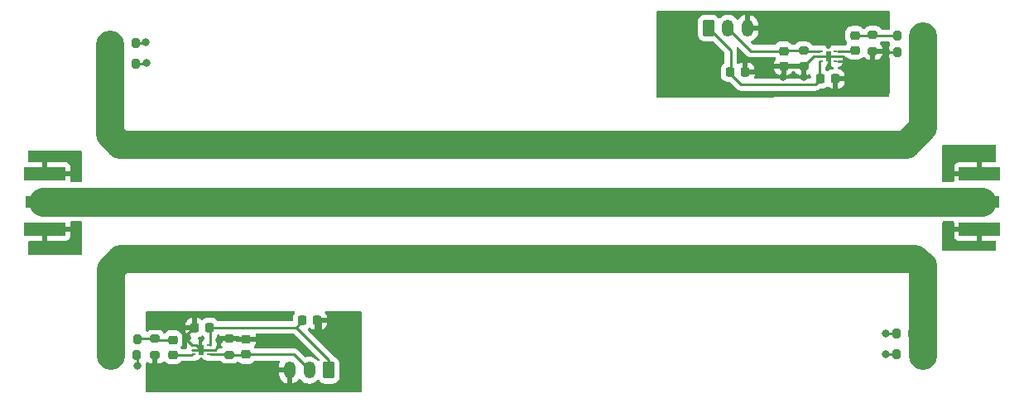
<source format=gbr>
%TF.GenerationSoftware,KiCad,Pcbnew,(6.0.1)*%
%TF.CreationDate,2022-02-11T17:03:31+00:00*%
%TF.ProjectId,Coupler,436f7570-6c65-4722-9e6b-696361645f70,rev?*%
%TF.SameCoordinates,Original*%
%TF.FileFunction,Copper,L1,Top*%
%TF.FilePolarity,Positive*%
%FSLAX46Y46*%
G04 Gerber Fmt 4.6, Leading zero omitted, Abs format (unit mm)*
G04 Created by KiCad (PCBNEW (6.0.1)) date 2022-02-11 17:03:31*
%MOMM*%
%LPD*%
G01*
G04 APERTURE LIST*
G04 Aperture macros list*
%AMRoundRect*
0 Rectangle with rounded corners*
0 $1 Rounding radius*
0 $2 $3 $4 $5 $6 $7 $8 $9 X,Y pos of 4 corners*
0 Add a 4 corners polygon primitive as box body*
4,1,4,$2,$3,$4,$5,$6,$7,$8,$9,$2,$3,0*
0 Add four circle primitives for the rounded corners*
1,1,$1+$1,$2,$3*
1,1,$1+$1,$4,$5*
1,1,$1+$1,$6,$7*
1,1,$1+$1,$8,$9*
0 Add four rect primitives between the rounded corners*
20,1,$1+$1,$2,$3,$4,$5,0*
20,1,$1+$1,$4,$5,$6,$7,0*
20,1,$1+$1,$6,$7,$8,$9,0*
20,1,$1+$1,$8,$9,$2,$3,0*%
G04 Aperture macros list end*
%TA.AperFunction,SMDPad,CuDef*%
%ADD10RoundRect,0.225000X-0.250000X0.225000X-0.250000X-0.225000X0.250000X-0.225000X0.250000X0.225000X0*%
%TD*%
%TA.AperFunction,SMDPad,CuDef*%
%ADD11RoundRect,0.200000X0.200000X0.275000X-0.200000X0.275000X-0.200000X-0.275000X0.200000X-0.275000X0*%
%TD*%
%TA.AperFunction,SMDPad,CuDef*%
%ADD12RoundRect,0.200000X-0.275000X0.200000X-0.275000X-0.200000X0.275000X-0.200000X0.275000X0.200000X0*%
%TD*%
%TA.AperFunction,SMDPad,CuDef*%
%ADD13RoundRect,0.200000X-0.200000X-0.275000X0.200000X-0.275000X0.200000X0.275000X-0.200000X0.275000X0*%
%TD*%
%TA.AperFunction,ComponentPad*%
%ADD14RoundRect,0.250000X0.350000X0.625000X-0.350000X0.625000X-0.350000X-0.625000X0.350000X-0.625000X0*%
%TD*%
%TA.AperFunction,ComponentPad*%
%ADD15O,1.200000X1.750000*%
%TD*%
%TA.AperFunction,SMDPad,CuDef*%
%ADD16RoundRect,0.050000X0.150000X0.050000X-0.150000X0.050000X-0.150000X-0.050000X0.150000X-0.050000X0*%
%TD*%
%TA.AperFunction,SMDPad,CuDef*%
%ADD17R,0.600000X1.100000*%
%TD*%
%TA.AperFunction,SMDPad,CuDef*%
%ADD18RoundRect,0.225000X0.225000X0.250000X-0.225000X0.250000X-0.225000X-0.250000X0.225000X-0.250000X0*%
%TD*%
%TA.AperFunction,SMDPad,CuDef*%
%ADD19RoundRect,0.225000X-0.225000X-0.250000X0.225000X-0.250000X0.225000X0.250000X-0.225000X0.250000X0*%
%TD*%
%TA.AperFunction,ComponentPad*%
%ADD20RoundRect,0.250000X-0.350000X-0.625000X0.350000X-0.625000X0.350000X0.625000X-0.350000X0.625000X0*%
%TD*%
%TA.AperFunction,SMDPad,CuDef*%
%ADD21R,3.600000X1.270000*%
%TD*%
%TA.AperFunction,SMDPad,CuDef*%
%ADD22R,4.200000X1.350000*%
%TD*%
%TA.AperFunction,SMDPad,CuDef*%
%ADD23RoundRect,0.050000X-0.150000X-0.050000X0.150000X-0.050000X0.150000X0.050000X-0.150000X0.050000X0*%
%TD*%
%TA.AperFunction,SMDPad,CuDef*%
%ADD24RoundRect,0.200000X0.275000X-0.200000X0.275000X0.200000X-0.275000X0.200000X-0.275000X-0.200000X0*%
%TD*%
%TA.AperFunction,SMDPad,CuDef*%
%ADD25RoundRect,0.225000X0.250000X-0.225000X0.250000X0.225000X-0.250000X0.225000X-0.250000X-0.225000X0*%
%TD*%
%TA.AperFunction,ViaPad*%
%ADD26C,0.800000*%
%TD*%
%TA.AperFunction,Conductor*%
%ADD27C,0.250000*%
%TD*%
%TA.AperFunction,Conductor*%
%ADD28C,3.000000*%
%TD*%
%TA.AperFunction,Conductor*%
%ADD29C,2.850000*%
%TD*%
G04 APERTURE END LIST*
D10*
%TO.P,C6,1*%
%TO.N,Net-(C6-Pad1)*%
X177749200Y-104584200D03*
%TO.P,C6,2*%
%TO.N,GND*%
X177749200Y-106134200D03*
%TD*%
D11*
%TO.P,R7,1*%
%TO.N,Net-(C1-Pad1)*%
X111619800Y-134061200D03*
%TO.P,R7,2*%
%TO.N,Net-(R1-Pad1)*%
X109969800Y-134061200D03*
%TD*%
D12*
%TO.P,R12,1*%
%TO.N,Net-(C6-Pad1)*%
X179781200Y-104534200D03*
%TO.P,R12,2*%
%TO.N,GND*%
X179781200Y-106184200D03*
%TD*%
D13*
%TO.P,R8,1*%
%TO.N,Net-(C2-Pad1)*%
X189421000Y-103022400D03*
%TO.P,R8,2*%
%TO.N,Net-(R3-Pad1)*%
X191071000Y-103022400D03*
%TD*%
%TO.P,R5,1*%
%TO.N,Net-(R1-Pad1)*%
X109956600Y-135712200D03*
%TO.P,R5,2*%
%TO.N,GND*%
X111606600Y-135712200D03*
%TD*%
D14*
%TO.P,J3,1,Pin_1*%
%TO.N,/Vcc2*%
X131235200Y-137252800D03*
D15*
%TO.P,J3,2,Pin_2*%
%TO.N,Net-(C5-Pad1)*%
X129235200Y-137252800D03*
%TO.P,J3,3,Pin_3*%
%TO.N,GND*%
X127235200Y-137252800D03*
%TD*%
D16*
%TO.P,U2,1,GND*%
%TO.N,GND*%
X183071200Y-105630600D03*
%TO.P,U2,2,GND*%
X183071200Y-105130600D03*
%TO.P,U2,3,RF_In*%
%TO.N,Net-(C2-Pad2)*%
X183071200Y-104630600D03*
%TO.P,U2,4,DC_OUT*%
%TO.N,Net-(C6-Pad1)*%
X181571200Y-104630600D03*
%TO.P,U2,5,GND*%
%TO.N,GND*%
X181571200Y-105130600D03*
%TO.P,U2,6,VCC*%
%TO.N,/Vcc1*%
X181571200Y-105630600D03*
D17*
%TO.P,U2,7,GND*%
%TO.N,GND*%
X182321200Y-105130600D03*
%TD*%
D12*
%TO.P,R10,1*%
%TO.N,Net-(C2-Pad1)*%
X186867800Y-102934000D03*
%TO.P,R10,2*%
%TO.N,GND*%
X186867800Y-104584000D03*
%TD*%
D18*
%TO.P,C3,1*%
%TO.N,/Vcc2*%
X119062800Y-132892800D03*
%TO.P,C3,2*%
%TO.N,GND*%
X117512800Y-132892800D03*
%TD*%
D19*
%TO.P,C8,1*%
%TO.N,/Vcc2*%
X128511000Y-132130800D03*
%TO.P,C8,2*%
%TO.N,GND*%
X130061000Y-132130800D03*
%TD*%
D20*
%TO.P,J4,1,Pin_1*%
%TO.N,/Vcc1*%
X170059600Y-102243800D03*
D15*
%TO.P,J4,2,Pin_2*%
%TO.N,Net-(C6-Pad1)*%
X172059600Y-102243800D03*
%TO.P,J4,3,Pin_3*%
%TO.N,GND*%
X174059600Y-102243800D03*
%TD*%
D11*
%TO.P,R1,1*%
%TO.N,Net-(R1-Pad1)*%
X190944000Y-133477000D03*
%TO.P,R1,2*%
%TO.N,GND*%
X189294000Y-133477000D03*
%TD*%
D21*
%TO.P,J1,1,In*%
%TO.N,Net-(J1-Pad1)*%
X102000000Y-120000000D03*
D22*
%TO.P,J1,2,Ext*%
%TO.N,GND*%
X102200000Y-117175000D03*
X102200000Y-122825000D03*
%TD*%
D11*
%TO.P,R6,1*%
%TO.N,Net-(R3-Pad1)*%
X191071000Y-104724200D03*
%TO.P,R6,2*%
%TO.N,GND*%
X189421000Y-104724200D03*
%TD*%
D21*
%TO.P,J2,1,In*%
%TO.N,Net-(J1-Pad1)*%
X198000000Y-120000000D03*
D22*
%TO.P,J2,2,Ext*%
%TO.N,GND*%
X197800000Y-117175000D03*
X197800000Y-122825000D03*
%TD*%
D13*
%TO.P,R4,1*%
%TO.N,Net-(R3-Pad1)*%
X109868200Y-105892600D03*
%TO.P,R4,2*%
%TO.N,GND*%
X111518200Y-105892600D03*
%TD*%
D23*
%TO.P,U1,1,GND*%
%TO.N,GND*%
X117436200Y-134653400D03*
%TO.P,U1,2,GND*%
X117436200Y-135153400D03*
%TO.P,U1,3,RF_In*%
%TO.N,Net-(C1-Pad2)*%
X117436200Y-135653400D03*
%TO.P,U1,4,DC_OUT*%
%TO.N,Net-(C5-Pad1)*%
X118936200Y-135653400D03*
%TO.P,U1,5,GND*%
%TO.N,GND*%
X118936200Y-135153400D03*
%TO.P,U1,6,VCC*%
%TO.N,/Vcc2*%
X118936200Y-134653400D03*
D17*
%TO.P,U1,7,GND*%
%TO.N,GND*%
X118186200Y-135153400D03*
%TD*%
D12*
%TO.P,R9,1*%
%TO.N,Net-(C1-Pad1)*%
X113461800Y-134023600D03*
%TO.P,R9,2*%
%TO.N,GND*%
X113461800Y-135673600D03*
%TD*%
D19*
%TO.P,C4,1*%
%TO.N,/Vcc1*%
X181495400Y-107442000D03*
%TO.P,C4,2*%
%TO.N,GND*%
X183045400Y-107442000D03*
%TD*%
D11*
%TO.P,R2,1*%
%TO.N,Net-(R1-Pad1)*%
X190969400Y-135610600D03*
%TO.P,R2,2*%
%TO.N,GND*%
X189319400Y-135610600D03*
%TD*%
D19*
%TO.P,C7,1*%
%TO.N,/Vcc1*%
X172275200Y-106756200D03*
%TO.P,C7,2*%
%TO.N,GND*%
X173825200Y-106756200D03*
%TD*%
D10*
%TO.P,C1,1*%
%TO.N,Net-(C1-Pad1)*%
X115290600Y-134137400D03*
%TO.P,C1,2*%
%TO.N,Net-(C1-Pad2)*%
X115290600Y-135687400D03*
%TD*%
D24*
%TO.P,R11,1*%
%TO.N,Net-(C5-Pad1)*%
X121056400Y-135673600D03*
%TO.P,R11,2*%
%TO.N,GND*%
X121056400Y-134023600D03*
%TD*%
D10*
%TO.P,C2,1*%
%TO.N,Net-(C2-Pad1)*%
X185039000Y-102984000D03*
%TO.P,C2,2*%
%TO.N,Net-(C2-Pad2)*%
X185039000Y-104534000D03*
%TD*%
D25*
%TO.P,C5,1*%
%TO.N,Net-(C5-Pad1)*%
X122783600Y-135649000D03*
%TO.P,C5,2*%
%TO.N,GND*%
X122783600Y-134099000D03*
%TD*%
D13*
%TO.P,R3,1*%
%TO.N,Net-(R3-Pad1)*%
X109817400Y-103759000D03*
%TO.P,R3,2*%
%TO.N,GND*%
X111467400Y-103759000D03*
%TD*%
D26*
%TO.N,GND*%
X105359200Y-124663200D03*
X176276000Y-103301800D03*
X194589400Y-124409200D03*
X170535600Y-104851200D03*
X118186200Y-136728200D03*
X113512600Y-136855200D03*
X125492600Y-137252800D03*
X105435400Y-115519200D03*
X112547400Y-103733600D03*
X120523000Y-131749800D03*
X198882000Y-124587000D03*
X188239400Y-104597200D03*
X196951600Y-124536200D03*
X105460800Y-117170200D03*
X167868600Y-103505000D03*
X101015800Y-124815600D03*
X124383800Y-134188200D03*
X112623600Y-105841800D03*
X178816000Y-103225600D03*
X179781200Y-107264200D03*
X188188600Y-135636000D03*
X184327800Y-107391200D03*
X177723800Y-107264200D03*
X120040400Y-134137400D03*
X113258600Y-131927600D03*
X185013600Y-101041200D03*
X176301400Y-101092000D03*
X184607200Y-105918000D03*
X102997000Y-115392200D03*
X170815000Y-108559600D03*
X183413400Y-103149400D03*
X103073200Y-124714000D03*
X194462400Y-115392200D03*
X194487800Y-117170200D03*
X188163200Y-133527800D03*
X165506400Y-108585000D03*
X198678800Y-115366800D03*
X167868600Y-101193600D03*
X101117400Y-115290600D03*
X130378200Y-133477000D03*
X111658400Y-136779000D03*
X181305200Y-103149400D03*
X121920000Y-136880600D03*
X116763800Y-133959600D03*
X127508000Y-134213600D03*
X187604400Y-101117400D03*
X196723000Y-115366800D03*
X126238000Y-131699000D03*
X105435400Y-122961400D03*
X194589400Y-122859800D03*
X169418000Y-106984800D03*
%TD*%
D27*
%TO.N,Net-(C1-Pad1)*%
X113461800Y-134023600D02*
X111657400Y-134023600D01*
X111657400Y-134023600D02*
X111619800Y-134061200D01*
X115290600Y-134137400D02*
X113575600Y-134137400D01*
X113575600Y-134137400D02*
X113461800Y-134023600D01*
%TO.N,Net-(C1-Pad2)*%
X115290600Y-135687400D02*
X117214700Y-135687400D01*
X117214700Y-135687400D02*
X117248700Y-135653400D01*
%TO.N,Net-(C2-Pad1)*%
X189421000Y-103022400D02*
X186956200Y-103022400D01*
X186817800Y-102984000D02*
X186867800Y-102934000D01*
X185039000Y-102984000D02*
X186817800Y-102984000D01*
X186956200Y-103022400D02*
X186867800Y-102934000D01*
%TO.N,Net-(C2-Pad2)*%
X184942400Y-104630600D02*
X185039000Y-104534000D01*
X183258700Y-104630600D02*
X184942400Y-104630600D01*
%TO.N,GND*%
X122708200Y-134023600D02*
X122783600Y-134099000D01*
X113512600Y-135724400D02*
X113461800Y-135673600D01*
X116763800Y-133540200D02*
X117436600Y-132867400D01*
X119608528Y-135153400D02*
X120040400Y-134721528D01*
X120154200Y-134023600D02*
X120040400Y-134137400D01*
X116763800Y-133959600D02*
X116763800Y-134168500D01*
X183258700Y-105130600D02*
X183819800Y-105130600D01*
X119123700Y-135153400D02*
X119608528Y-135153400D01*
X121056400Y-134023600D02*
X122708200Y-134023600D01*
X130378200Y-133477000D02*
X130378200Y-132381800D01*
X111658400Y-135764000D02*
X111606600Y-135712200D01*
X183258700Y-105130600D02*
X182321200Y-105130600D01*
X117686200Y-134653400D02*
X118186200Y-135153400D01*
X112572800Y-105892600D02*
X112623600Y-105841800D01*
X183258700Y-105630600D02*
X184319800Y-105630600D01*
X119123700Y-135153400D02*
X118186200Y-135153400D01*
X188366400Y-104724200D02*
X188239400Y-104597200D01*
X130378200Y-132381800D02*
X130169200Y-132172800D01*
X111658400Y-136779000D02*
X111658400Y-135764000D01*
X112522000Y-103759000D02*
X112547400Y-103733600D01*
X184319800Y-105630600D02*
X184607200Y-105918000D01*
X127235200Y-137252800D02*
X125492600Y-137252800D01*
X120040400Y-134721528D02*
X120040400Y-134137400D01*
X189421000Y-104724200D02*
X188366400Y-104724200D01*
X179781200Y-106184200D02*
X180834800Y-105130600D01*
X188188600Y-135636000D02*
X189294000Y-135636000D01*
X188163200Y-133527800D02*
X189243200Y-133527800D01*
X118186200Y-135153400D02*
X117248700Y-135153400D01*
X180834800Y-105130600D02*
X181383700Y-105130600D01*
X111518200Y-105892600D02*
X112572800Y-105892600D01*
X121056400Y-134023600D02*
X120154200Y-134023600D01*
X111467400Y-103759000D02*
X112522000Y-103759000D01*
X113512600Y-136855200D02*
X113512600Y-135724400D01*
X183819800Y-105130600D02*
X184607200Y-105918000D01*
X117248700Y-134653400D02*
X117686200Y-134653400D01*
X189243200Y-133527800D02*
X189294000Y-133477000D01*
X116763800Y-134168500D02*
X117248700Y-134653400D01*
X181383700Y-105130600D02*
X182321200Y-105130600D01*
X116763800Y-133959600D02*
X116763800Y-133540200D01*
X189294000Y-135636000D02*
X189319400Y-135610600D01*
%TO.N,Net-(C5-Pad1)*%
X121056400Y-135673600D02*
X122759000Y-135673600D01*
X127631400Y-135649000D02*
X122783600Y-135649000D01*
X122759000Y-135673600D02*
X122783600Y-135649000D01*
X121036200Y-135653400D02*
X121056400Y-135673600D01*
X129235200Y-137252800D02*
X127631400Y-135649000D01*
X119123700Y-135653400D02*
X121036200Y-135653400D01*
%TO.N,Net-(C6-Pad1)*%
X177799200Y-104534200D02*
X177749200Y-104584200D01*
X181383700Y-104630600D02*
X179877600Y-104630600D01*
X179781200Y-104534200D02*
X177799200Y-104534200D01*
X174400000Y-104584200D02*
X172059600Y-102243800D01*
X179877600Y-104630600D02*
X179781200Y-104534200D01*
X177749200Y-104584200D02*
X174400000Y-104584200D01*
D28*
%TO.N,Net-(J1-Pad1)*%
X102000000Y-120000000D02*
X198000000Y-120000000D01*
D29*
%TO.N,Net-(R1-Pad1)*%
X192000000Y-126593600D02*
X192000000Y-135763000D01*
X110000000Y-125889800D02*
X108915200Y-126974600D01*
X110000000Y-125850000D02*
X110000000Y-125889800D01*
X108915200Y-126974600D02*
X108915200Y-135763000D01*
X191178800Y-125850000D02*
X191922400Y-126593600D01*
X110000000Y-125850000D02*
X191178800Y-125850000D01*
%TO.N,Net-(R3-Pad1)*%
X109882800Y-114150000D02*
X190295800Y-114150000D01*
X108864400Y-113131600D02*
X109882800Y-114150000D01*
X108864400Y-103936800D02*
X108864400Y-113131600D01*
X190295800Y-114150000D02*
X192000000Y-112445800D01*
X192000000Y-112445800D02*
X192000000Y-103098600D01*
D27*
%TO.N,/Vcc2*%
X119123700Y-134653400D02*
X119123700Y-133004500D01*
X119123700Y-133004500D02*
X118986600Y-132867400D01*
X118986600Y-132867400D02*
X127924600Y-132867400D01*
X127924600Y-132867400D02*
X128619200Y-132172800D01*
X131235200Y-137252800D02*
X131235200Y-136178000D01*
X131235200Y-136178000D02*
X127924600Y-132867400D01*
%TO.N,/Vcc1*%
X181383700Y-105630600D02*
X181383700Y-107203300D01*
X170059600Y-102243800D02*
X172352000Y-104536200D01*
X180987400Y-108026200D02*
X181597000Y-107416600D01*
X172352000Y-106984800D02*
X173393400Y-108026200D01*
X173393400Y-108026200D02*
X180987400Y-108026200D01*
X181383700Y-107203300D02*
X181597000Y-107416600D01*
X172352000Y-104536200D02*
X172352000Y-106984800D01*
%TD*%
%TA.AperFunction,Conductor*%
%TO.N,GND*%
G36*
X134536721Y-131211002D02*
G01*
X134583214Y-131264658D01*
X134594600Y-131317000D01*
X134594600Y-139374000D01*
X134574598Y-139442121D01*
X134520942Y-139488614D01*
X134468600Y-139500000D01*
X112649750Y-139500000D01*
X112581629Y-139479998D01*
X112535136Y-139426342D01*
X112523751Y-139373636D01*
X112528941Y-137577632D01*
X126127200Y-137577632D01*
X126127485Y-137583608D01*
X126141671Y-137732294D01*
X126143930Y-137744028D01*
X126200072Y-137935399D01*
X126204502Y-137946475D01*
X126295819Y-138123778D01*
X126302269Y-138133824D01*
X126425462Y-138290657D01*
X126433699Y-138299306D01*
X126584323Y-138430012D01*
X126594047Y-138436947D01*
X126766667Y-138536810D01*
X126777531Y-138541784D01*
X126965927Y-138607207D01*
X126966916Y-138607448D01*
X126977208Y-138605980D01*
X126981200Y-138592415D01*
X126981200Y-137524915D01*
X126976725Y-137509676D01*
X126975335Y-137508471D01*
X126967652Y-137506800D01*
X126145315Y-137506800D01*
X126130076Y-137511275D01*
X126128871Y-137512665D01*
X126127200Y-137520348D01*
X126127200Y-137577632D01*
X112528941Y-137577632D01*
X112530250Y-137124800D01*
X112531987Y-136523849D01*
X112552185Y-136455786D01*
X112605975Y-136409449D01*
X112676278Y-136399548D01*
X112735734Y-136425060D01*
X112753227Y-136438777D01*
X112886812Y-136519679D01*
X112900557Y-136525885D01*
X113050444Y-136572856D01*
X113063494Y-136575469D01*
X113127321Y-136581334D01*
X113133109Y-136581600D01*
X113189685Y-136581600D01*
X113204924Y-136577125D01*
X113206129Y-136575735D01*
X113207800Y-136568052D01*
X113207800Y-135545600D01*
X113227802Y-135477479D01*
X113281458Y-135430986D01*
X113333800Y-135419600D01*
X113589800Y-135419600D01*
X113657921Y-135439602D01*
X113704414Y-135493258D01*
X113715800Y-135545600D01*
X113715800Y-136563484D01*
X113720275Y-136578723D01*
X113721665Y-136579928D01*
X113729348Y-136581599D01*
X113790505Y-136581599D01*
X113796254Y-136581336D01*
X113860115Y-136575468D01*
X113873151Y-136572857D01*
X114023043Y-136525885D01*
X114036788Y-136519679D01*
X114170374Y-136438776D01*
X114182243Y-136429469D01*
X114270572Y-136341140D01*
X114332884Y-136307114D01*
X114403699Y-136312179D01*
X114460535Y-136354726D01*
X114462483Y-136357583D01*
X114464306Y-136359883D01*
X114468160Y-136366111D01*
X114587889Y-136485631D01*
X114594119Y-136489471D01*
X114594120Y-136489472D01*
X114721600Y-136568052D01*
X114731903Y-136574403D01*
X114892476Y-136627663D01*
X114899312Y-136628363D01*
X114899315Y-136628364D01*
X114949397Y-136633495D01*
X114992393Y-136637900D01*
X115288300Y-136637900D01*
X115588806Y-136637899D01*
X115592050Y-136637562D01*
X115592058Y-136637562D01*
X115636480Y-136632953D01*
X115689972Y-136627403D01*
X115850452Y-136573863D01*
X115994311Y-136484840D01*
X116113831Y-136365111D01*
X116116743Y-136360387D01*
X116174065Y-136319745D01*
X116215031Y-136312900D01*
X117136997Y-136312900D01*
X117147957Y-136313417D01*
X117155367Y-136315073D01*
X117163293Y-136314824D01*
X117163294Y-136314824D01*
X117222541Y-136312962D01*
X117226499Y-136312900D01*
X117254050Y-136312900D01*
X117257973Y-136312404D01*
X117258088Y-136312397D01*
X117269768Y-136311477D01*
X117313327Y-136310109D01*
X117332416Y-136304563D01*
X117351762Y-136300556D01*
X117371492Y-136298064D01*
X117412023Y-136282016D01*
X117423224Y-136278181D01*
X117465090Y-136266018D01*
X117468819Y-136263813D01*
X117516684Y-136253900D01*
X117628972Y-136253900D01*
X117686639Y-136246922D01*
X117710708Y-136244009D01*
X117710709Y-136244009D01*
X117718747Y-136243036D01*
X117778160Y-136219513D01*
X117831359Y-136210849D01*
X117841530Y-136211400D01*
X117914085Y-136211400D01*
X117929324Y-136206925D01*
X117930529Y-136205535D01*
X117932200Y-136197852D01*
X117932200Y-136193786D01*
X117952202Y-136125665D01*
X117969107Y-136104688D01*
X117972278Y-136101517D01*
X117979122Y-136096322D01*
X118070313Y-135976183D01*
X118073475Y-135968196D01*
X118076426Y-135962959D01*
X118127292Y-135913430D01*
X118196860Y-135899263D01*
X118263045Y-135924957D01*
X118295974Y-135962959D01*
X118298925Y-135968196D01*
X118302087Y-135976183D01*
X118393278Y-136096322D01*
X118400122Y-136101517D01*
X118403293Y-136104688D01*
X118437320Y-136167000D01*
X118440115Y-136192994D01*
X118444675Y-136208523D01*
X118446065Y-136209728D01*
X118453748Y-136211399D01*
X118530868Y-136211399D01*
X118541039Y-136210848D01*
X118594237Y-136219512D01*
X118653653Y-136243036D01*
X118743428Y-136253900D01*
X118931398Y-136253900D01*
X118962733Y-136257859D01*
X119044681Y-136278900D01*
X120143805Y-136278900D01*
X120211926Y-136298902D01*
X120232900Y-136315805D01*
X120345992Y-136428897D01*
X120491017Y-136516727D01*
X120498264Y-136518998D01*
X120498266Y-136518999D01*
X120540273Y-136532163D01*
X120652806Y-136567429D01*
X120725407Y-136574100D01*
X120728305Y-136574100D01*
X121057258Y-136574099D01*
X121387392Y-136574099D01*
X121390250Y-136573836D01*
X121390259Y-136573836D01*
X121425881Y-136570563D01*
X121459994Y-136567429D01*
X121466379Y-136565428D01*
X121614534Y-136518999D01*
X121614536Y-136518998D01*
X121621783Y-136516727D01*
X121766808Y-136428897D01*
X121825519Y-136370186D01*
X121887831Y-136336160D01*
X121958646Y-136341225D01*
X122003630Y-136370106D01*
X122080889Y-136447231D01*
X122087119Y-136451071D01*
X122087120Y-136451072D01*
X122208489Y-136525885D01*
X122224903Y-136536003D01*
X122385476Y-136589263D01*
X122392312Y-136589963D01*
X122392315Y-136589964D01*
X122442397Y-136595095D01*
X122485393Y-136599500D01*
X122781300Y-136599500D01*
X123081806Y-136599499D01*
X123085050Y-136599162D01*
X123085058Y-136599162D01*
X123129480Y-136594553D01*
X123182972Y-136589003D01*
X123343452Y-136535463D01*
X123487311Y-136446440D01*
X123606831Y-136326711D01*
X123609743Y-136321987D01*
X123667065Y-136281345D01*
X123708031Y-136274500D01*
X126139480Y-136274500D01*
X126207601Y-136294502D01*
X126254094Y-136348158D01*
X126264198Y-136418432D01*
X126251346Y-136458483D01*
X126244782Y-136471146D01*
X126170239Y-136656112D01*
X126166845Y-136667570D01*
X126128343Y-136864728D01*
X126127266Y-136873591D01*
X126127200Y-136876300D01*
X126127200Y-136980685D01*
X126131675Y-136995924D01*
X126133065Y-136997129D01*
X126140748Y-136998800D01*
X127363200Y-136998800D01*
X127431321Y-137018802D01*
X127477814Y-137072458D01*
X127489200Y-137124800D01*
X127489200Y-138588202D01*
X127493173Y-138601733D01*
X127502599Y-138603088D01*
X127591737Y-138581606D01*
X127603032Y-138577717D01*
X127784582Y-138495171D01*
X127794924Y-138489224D01*
X127957597Y-138373832D01*
X127966625Y-138366039D01*
X128104542Y-138221969D01*
X128111941Y-138212601D01*
X128134209Y-138178114D01*
X128187965Y-138131737D01*
X128258260Y-138121784D01*
X128322777Y-138151417D01*
X128339146Y-138168630D01*
X128430918Y-138285462D01*
X128430922Y-138285467D01*
X128434624Y-138290179D01*
X128439154Y-138294110D01*
X128439155Y-138294111D01*
X128588698Y-138423879D01*
X128588703Y-138423883D01*
X128593229Y-138427810D01*
X128774999Y-138532966D01*
X128847666Y-138558200D01*
X128967709Y-138599886D01*
X128967711Y-138599886D01*
X128973374Y-138601853D01*
X128979309Y-138602714D01*
X128979311Y-138602714D01*
X129175256Y-138631125D01*
X129175259Y-138631125D01*
X129181196Y-138631986D01*
X129390967Y-138622277D01*
X129532355Y-138588202D01*
X129589285Y-138574482D01*
X129589287Y-138574481D01*
X129595118Y-138573076D01*
X129600576Y-138570594D01*
X129600580Y-138570593D01*
X129780826Y-138488640D01*
X129786281Y-138486160D01*
X129957560Y-138364663D01*
X130055373Y-138262486D01*
X130116928Y-138227110D01*
X130187838Y-138230629D01*
X130245588Y-138271925D01*
X130253526Y-138283301D01*
X130293034Y-138347145D01*
X130416889Y-138470784D01*
X130565866Y-138562614D01*
X130572814Y-138564919D01*
X130572815Y-138564919D01*
X130725441Y-138615544D01*
X130725443Y-138615545D01*
X130731972Y-138617710D01*
X130835334Y-138628300D01*
X131635066Y-138628300D01*
X131638312Y-138627963D01*
X131638316Y-138627963D01*
X131732861Y-138618153D01*
X131732865Y-138618152D01*
X131739719Y-138617441D01*
X131746255Y-138615260D01*
X131746257Y-138615260D01*
X131898781Y-138564374D01*
X131905729Y-138562056D01*
X132054545Y-138469966D01*
X132178184Y-138346111D01*
X132270014Y-138197134D01*
X132285178Y-138151417D01*
X132322944Y-138037559D01*
X132322945Y-138037557D01*
X132325110Y-138031028D01*
X132335700Y-137927666D01*
X132335700Y-136577934D01*
X132334935Y-136570563D01*
X132325553Y-136480139D01*
X132325552Y-136480135D01*
X132324841Y-136473281D01*
X132314158Y-136441258D01*
X132271774Y-136314219D01*
X132269456Y-136307271D01*
X132177366Y-136158455D01*
X132053511Y-136034816D01*
X131904534Y-135942986D01*
X131897586Y-135940681D01*
X131897583Y-135940680D01*
X131856954Y-135927204D01*
X131853371Y-135926016D01*
X131795012Y-135885585D01*
X131788071Y-135875240D01*
X131787686Y-135874268D01*
X131784192Y-135869459D01*
X131784178Y-135869438D01*
X131762073Y-135839013D01*
X131755557Y-135829094D01*
X131737406Y-135798402D01*
X131737402Y-135798397D01*
X131733370Y-135791579D01*
X131719317Y-135777526D01*
X131706476Y-135762492D01*
X131699454Y-135752827D01*
X131694794Y-135746413D01*
X131661216Y-135718635D01*
X131652436Y-135710645D01*
X129120188Y-133178397D01*
X129086162Y-133116085D01*
X129091227Y-133045270D01*
X129133774Y-132988434D01*
X129142980Y-132982158D01*
X129172650Y-132963798D01*
X129189711Y-132953240D01*
X129194884Y-132948058D01*
X129200621Y-132943511D01*
X129202222Y-132945531D01*
X129253880Y-132917254D01*
X129324701Y-132922244D01*
X129369811Y-132951175D01*
X129373425Y-132954783D01*
X129384840Y-132963798D01*
X129517880Y-133045804D01*
X129531061Y-133051951D01*
X129679814Y-133101291D01*
X129693190Y-133104158D01*
X129784097Y-133113472D01*
X129789126Y-133113729D01*
X129804124Y-133109325D01*
X129805329Y-133107935D01*
X129807000Y-133100252D01*
X129807000Y-133095685D01*
X130315000Y-133095685D01*
X130319475Y-133110924D01*
X130320865Y-133112129D01*
X130328548Y-133113800D01*
X130331438Y-133113800D01*
X130337953Y-133113463D01*
X130430057Y-133103906D01*
X130443456Y-133101012D01*
X130592107Y-133051419D01*
X130605286Y-133045245D01*
X130738173Y-132963012D01*
X130749574Y-132953976D01*
X130859986Y-132843371D01*
X130868998Y-132831960D01*
X130951004Y-132698920D01*
X130957151Y-132685739D01*
X131006491Y-132536986D01*
X131009358Y-132523610D01*
X131018672Y-132432703D01*
X131019000Y-132426287D01*
X131019000Y-132402915D01*
X131014525Y-132387676D01*
X131013135Y-132386471D01*
X131005452Y-132384800D01*
X130333115Y-132384800D01*
X130317876Y-132389275D01*
X130316671Y-132390665D01*
X130315000Y-132398348D01*
X130315000Y-133095685D01*
X129807000Y-133095685D01*
X129807000Y-132002800D01*
X129827002Y-131934679D01*
X129880658Y-131888186D01*
X129933000Y-131876800D01*
X131000885Y-131876800D01*
X131016124Y-131872325D01*
X131017329Y-131870935D01*
X131019000Y-131863252D01*
X131019000Y-131835362D01*
X131018663Y-131828847D01*
X131009106Y-131736743D01*
X131006212Y-131723344D01*
X130956619Y-131574693D01*
X130950445Y-131561514D01*
X130868212Y-131428627D01*
X130859176Y-131417225D01*
X130848103Y-131406172D01*
X130814025Y-131343889D01*
X130819028Y-131273069D01*
X130861526Y-131216197D01*
X130928025Y-131191329D01*
X130937122Y-131191000D01*
X134468600Y-131191000D01*
X134536721Y-131211002D01*
G37*
%TD.AperFunction*%
%TA.AperFunction,Conductor*%
G36*
X127681441Y-133512902D02*
G01*
X127702415Y-133529805D01*
X130179609Y-136007000D01*
X130198357Y-136041333D01*
X130218469Y-136048308D01*
X130234412Y-136061803D01*
X130236998Y-136064389D01*
X130271024Y-136126701D01*
X130265959Y-136197516D01*
X130255175Y-136219581D01*
X130254931Y-136219977D01*
X130202167Y-136267480D01*
X130132098Y-136278915D01*
X130066969Y-136250653D01*
X130048567Y-136231705D01*
X130046225Y-136228723D01*
X130038112Y-136208419D01*
X130030129Y-136206683D01*
X130007933Y-136191260D01*
X129881702Y-136081721D01*
X129881697Y-136081717D01*
X129877171Y-136077790D01*
X129695401Y-135972634D01*
X129574611Y-135930689D01*
X129502691Y-135905714D01*
X129502689Y-135905714D01*
X129497026Y-135903747D01*
X129491091Y-135902886D01*
X129491089Y-135902886D01*
X129295144Y-135874475D01*
X129295141Y-135874475D01*
X129289204Y-135873614D01*
X129079433Y-135883323D01*
X129073611Y-135884726D01*
X129073605Y-135884727D01*
X128994687Y-135903747D01*
X128882896Y-135930689D01*
X128811987Y-135927204D01*
X128764281Y-135897291D01*
X128128636Y-135261645D01*
X128121252Y-135253530D01*
X128117186Y-135247123D01*
X128068193Y-135201115D01*
X128065351Y-135198360D01*
X128045871Y-135178880D01*
X128042741Y-135176452D01*
X128042659Y-135176380D01*
X128033751Y-135168771D01*
X128001982Y-135138938D01*
X127984567Y-135129364D01*
X127968038Y-135118507D01*
X127958600Y-135111186D01*
X127952336Y-135106327D01*
X127912342Y-135089020D01*
X127901682Y-135083798D01*
X127889716Y-135077220D01*
X127863492Y-135062803D01*
X127844236Y-135057859D01*
X127825547Y-135051460D01*
X127807296Y-135043562D01*
X127764241Y-135036743D01*
X127752637Y-135034340D01*
X127710419Y-135023500D01*
X127690544Y-135023500D01*
X127670834Y-135021949D01*
X127659033Y-135020080D01*
X127651204Y-135018840D01*
X127643312Y-135019586D01*
X127607821Y-135022941D01*
X127595963Y-135023500D01*
X123708043Y-135023500D01*
X123639922Y-135003498D01*
X123609595Y-134976034D01*
X123606040Y-134970289D01*
X123600856Y-134965114D01*
X123596310Y-134959378D01*
X123598331Y-134957777D01*
X123570054Y-134906120D01*
X123575044Y-134835299D01*
X123603975Y-134790189D01*
X123607583Y-134786575D01*
X123616598Y-134775160D01*
X123698604Y-134642120D01*
X123704751Y-134628939D01*
X123754091Y-134480186D01*
X123756958Y-134466810D01*
X123766272Y-134375903D01*
X123766529Y-134370874D01*
X123762125Y-134355876D01*
X123760735Y-134354671D01*
X123753052Y-134353000D01*
X121871743Y-134353000D01*
X121803622Y-134332998D01*
X121764097Y-134287383D01*
X121754735Y-134279271D01*
X121747052Y-134277600D01*
X120091516Y-134277600D01*
X120076277Y-134282075D01*
X120075072Y-134283465D01*
X120074109Y-134287894D01*
X120079532Y-134346915D01*
X120082143Y-134359951D01*
X120129115Y-134509843D01*
X120135321Y-134523588D01*
X120216224Y-134657174D01*
X120225531Y-134669043D01*
X120321297Y-134764809D01*
X120355323Y-134827121D01*
X120350258Y-134897936D01*
X120321301Y-134942994D01*
X120273298Y-134990997D01*
X120210987Y-135025021D01*
X120184205Y-135027900D01*
X119835771Y-135027900D01*
X119767650Y-135007898D01*
X119721157Y-134954242D01*
X119711053Y-134883968D01*
X119713730Y-134870565D01*
X119738755Y-134773100D01*
X119749200Y-134732419D01*
X119749200Y-133759663D01*
X119769202Y-133691542D01*
X119786021Y-133670653D01*
X119861031Y-133595511D01*
X119861031Y-133595510D01*
X119861658Y-133596136D01*
X119914573Y-133558619D01*
X119985496Y-133555387D01*
X120046908Y-133591012D01*
X120079310Y-133654184D01*
X120079128Y-133693537D01*
X120080143Y-133693630D01*
X120074487Y-133755186D01*
X120077875Y-133766724D01*
X120079265Y-133767929D01*
X120086948Y-133769600D01*
X121968257Y-133769600D01*
X122036378Y-133789602D01*
X122075903Y-133835217D01*
X122085265Y-133843329D01*
X122092948Y-133845000D01*
X123748485Y-133845000D01*
X123763724Y-133840525D01*
X123764929Y-133839135D01*
X123766600Y-133831452D01*
X123766600Y-133828562D01*
X123766263Y-133822047D01*
X123756706Y-133729943D01*
X123753810Y-133716536D01*
X123734540Y-133658776D01*
X123731955Y-133587827D01*
X123768138Y-133526743D01*
X123831602Y-133494918D01*
X123854063Y-133492900D01*
X127613320Y-133492900D01*
X127681441Y-133512902D01*
G37*
%TD.AperFunction*%
%TA.AperFunction,Conductor*%
G36*
X118337126Y-133684242D02*
G01*
X118373284Y-133707435D01*
X118374163Y-133706322D01*
X118379908Y-133710859D01*
X118385089Y-133716031D01*
X118438318Y-133748842D01*
X118485810Y-133801614D01*
X118498200Y-133856101D01*
X118498200Y-133989366D01*
X118478198Y-134057487D01*
X118464426Y-134069420D01*
X118467304Y-134071914D01*
X118441871Y-134101265D01*
X118440200Y-134108948D01*
X118440200Y-134113014D01*
X118420198Y-134181135D01*
X118403293Y-134202112D01*
X118400122Y-134205283D01*
X118393278Y-134210478D01*
X118302087Y-134330617D01*
X118292086Y-134355876D01*
X118264530Y-134425477D01*
X118246564Y-134470853D01*
X118235700Y-134560628D01*
X118235700Y-134746172D01*
X118246564Y-134835947D01*
X118249544Y-134843475D01*
X118249545Y-134843477D01*
X118259406Y-134868383D01*
X118302087Y-134976183D01*
X118307280Y-134983025D01*
X118307282Y-134983028D01*
X118378778Y-135077220D01*
X118404032Y-135143573D01*
X118389404Y-135213047D01*
X118378778Y-135229580D01*
X118307282Y-135323772D01*
X118307280Y-135323775D01*
X118302087Y-135330617D01*
X118298925Y-135338604D01*
X118295974Y-135343841D01*
X118245108Y-135393370D01*
X118175540Y-135407537D01*
X118109355Y-135381843D01*
X118076426Y-135343841D01*
X118073475Y-135338604D01*
X118070313Y-135330617D01*
X117979122Y-135210478D01*
X117972278Y-135205283D01*
X117969107Y-135202112D01*
X117935080Y-135139800D01*
X117932200Y-135113014D01*
X117932200Y-134113516D01*
X117927725Y-134098277D01*
X117921526Y-134092905D01*
X117868711Y-134064066D01*
X117834686Y-134001754D01*
X117839752Y-133930938D01*
X117882299Y-133874102D01*
X117917932Y-133855447D01*
X118043905Y-133813420D01*
X118057086Y-133807245D01*
X118189973Y-133725012D01*
X118201373Y-133715977D01*
X118204024Y-133713321D01*
X118206285Y-133712084D01*
X118207111Y-133711429D01*
X118207223Y-133711570D01*
X118266306Y-133679240D01*
X118337126Y-133684242D01*
G37*
%TD.AperFunction*%
%TA.AperFunction,Conductor*%
G36*
X127713749Y-131211002D02*
G01*
X127760242Y-131264658D01*
X127770346Y-131334932D01*
X127740852Y-131399512D01*
X127734802Y-131406017D01*
X127723614Y-131417225D01*
X127712769Y-131428089D01*
X127623997Y-131572103D01*
X127570737Y-131732676D01*
X127560500Y-131832593D01*
X127560501Y-132002800D01*
X127560501Y-132115900D01*
X127540499Y-132184020D01*
X127486844Y-132230513D01*
X127434501Y-132241900D01*
X119961927Y-132241900D01*
X119893806Y-132221898D01*
X119863636Y-132194578D01*
X119860240Y-132189089D01*
X119740511Y-132069569D01*
X119724666Y-132059802D01*
X119602727Y-131984637D01*
X119602725Y-131984636D01*
X119596497Y-131980797D01*
X119435924Y-131927537D01*
X119429088Y-131926837D01*
X119429085Y-131926836D01*
X119379003Y-131921705D01*
X119336007Y-131917300D01*
X119064907Y-131917300D01*
X118789594Y-131917301D01*
X118786350Y-131917638D01*
X118786342Y-131917638D01*
X118741920Y-131922247D01*
X118688428Y-131927797D01*
X118527948Y-131981337D01*
X118384089Y-132070360D01*
X118378916Y-132075542D01*
X118373179Y-132080089D01*
X118371578Y-132078069D01*
X118319920Y-132106346D01*
X118249099Y-132101356D01*
X118203989Y-132072425D01*
X118200375Y-132068817D01*
X118188960Y-132059802D01*
X118055920Y-131977796D01*
X118042739Y-131971649D01*
X117893986Y-131922309D01*
X117880610Y-131919442D01*
X117789703Y-131910128D01*
X117784674Y-131909871D01*
X117769676Y-131914275D01*
X117768471Y-131915665D01*
X117766800Y-131923348D01*
X117766800Y-133020800D01*
X117746798Y-133088921D01*
X117693142Y-133135414D01*
X117640800Y-133146800D01*
X116572915Y-133146800D01*
X116557676Y-133151275D01*
X116556471Y-133152665D01*
X116554800Y-133160348D01*
X116554800Y-133188238D01*
X116555137Y-133194753D01*
X116564694Y-133286857D01*
X116567588Y-133300256D01*
X116617181Y-133448907D01*
X116623355Y-133462086D01*
X116705588Y-133594973D01*
X116714624Y-133606374D01*
X116825229Y-133716786D01*
X116836640Y-133725798D01*
X116969680Y-133807804D01*
X116982861Y-133813951D01*
X117079016Y-133845845D01*
X117137376Y-133886276D01*
X117164612Y-133951841D01*
X117152078Y-134021722D01*
X117103753Y-134073734D01*
X117085731Y-134082590D01*
X117017692Y-134109528D01*
X117002852Y-134117890D01*
X116894765Y-134199933D01*
X116882733Y-134211965D01*
X116800690Y-134320052D01*
X116792328Y-134334892D01*
X116742192Y-134461523D01*
X116738241Y-134477081D01*
X116728655Y-134556287D01*
X116728200Y-134563839D01*
X116728201Y-134742953D01*
X116728656Y-134750512D01*
X116738241Y-134829720D01*
X116742192Y-134845278D01*
X116746840Y-134857017D01*
X116753319Y-134927717D01*
X116746840Y-134949783D01*
X116742193Y-134961521D01*
X116740824Y-134966911D01*
X116704672Y-135028013D01*
X116641224Y-135059870D01*
X116618700Y-135061900D01*
X116215043Y-135061900D01*
X116146922Y-135041898D01*
X116116594Y-135014431D01*
X116113040Y-135008689D01*
X116105823Y-135001484D01*
X116104873Y-134999750D01*
X116103310Y-134997777D01*
X116103648Y-134997509D01*
X116071742Y-134939203D01*
X116076743Y-134868383D01*
X116105666Y-134823290D01*
X116108660Y-134820291D01*
X116113831Y-134815111D01*
X116138457Y-134775160D01*
X116198763Y-134677327D01*
X116198764Y-134677325D01*
X116202603Y-134671097D01*
X116255863Y-134510524D01*
X116259290Y-134477081D01*
X116265772Y-134413806D01*
X116266100Y-134410607D01*
X116266099Y-133864194D01*
X116265260Y-133856101D01*
X116260831Y-133813420D01*
X116255603Y-133763028D01*
X116202063Y-133602548D01*
X116113040Y-133458689D01*
X115993311Y-133339169D01*
X115930183Y-133300256D01*
X115855527Y-133254237D01*
X115855525Y-133254236D01*
X115849297Y-133250397D01*
X115688724Y-133197137D01*
X115681888Y-133196437D01*
X115681885Y-133196436D01*
X115628883Y-133191006D01*
X115588807Y-133186900D01*
X115292900Y-133186900D01*
X114992394Y-133186901D01*
X114989150Y-133187238D01*
X114989142Y-133187238D01*
X114944720Y-133191847D01*
X114891228Y-133197397D01*
X114730748Y-133250937D01*
X114586889Y-133339960D01*
X114522563Y-133404399D01*
X114498860Y-133428143D01*
X114436578Y-133462222D01*
X114365758Y-133457219D01*
X114308885Y-133414722D01*
X114301913Y-133404399D01*
X114296036Y-133394696D01*
X114292097Y-133388192D01*
X114172208Y-133268303D01*
X114027183Y-133180473D01*
X114019936Y-133178202D01*
X114019934Y-133178201D01*
X113919733Y-133146800D01*
X113865394Y-133129771D01*
X113792793Y-133123100D01*
X113789895Y-133123100D01*
X113460942Y-133123101D01*
X113130808Y-133123101D01*
X113127950Y-133123364D01*
X113127941Y-133123364D01*
X113092557Y-133126615D01*
X113058206Y-133129771D01*
X113051828Y-133131770D01*
X113051827Y-133131770D01*
X112903666Y-133178201D01*
X112903664Y-133178202D01*
X112896417Y-133180473D01*
X112751392Y-133268303D01*
X112746016Y-133273679D01*
X112745414Y-133274151D01*
X112679466Y-133300444D01*
X112609771Y-133286910D01*
X112558458Y-133237844D01*
X112541667Y-133174634D01*
X112543268Y-132620685D01*
X116554800Y-132620685D01*
X116559275Y-132635924D01*
X116560665Y-132637129D01*
X116568348Y-132638800D01*
X117240685Y-132638800D01*
X117255924Y-132634325D01*
X117257129Y-132632935D01*
X117258800Y-132625252D01*
X117258800Y-131927915D01*
X117254325Y-131912676D01*
X117252935Y-131911471D01*
X117245252Y-131909800D01*
X117242362Y-131909800D01*
X117235847Y-131910137D01*
X117143743Y-131919694D01*
X117130344Y-131922588D01*
X116981693Y-131972181D01*
X116968514Y-131978355D01*
X116835627Y-132060588D01*
X116824226Y-132069624D01*
X116713814Y-132180229D01*
X116704802Y-132191640D01*
X116622796Y-132324680D01*
X116616649Y-132337861D01*
X116567309Y-132486614D01*
X116564442Y-132499990D01*
X116555128Y-132590897D01*
X116554800Y-132597314D01*
X116554800Y-132620685D01*
X112543268Y-132620685D01*
X112547037Y-131316636D01*
X112567235Y-131248573D01*
X112621025Y-131202236D01*
X112673036Y-131191000D01*
X127645628Y-131191000D01*
X127713749Y-131211002D01*
G37*
%TD.AperFunction*%
%TD*%
%TA.AperFunction,Conductor*%
%TO.N,GND*%
G36*
X188587925Y-100520002D02*
G01*
X188634418Y-100573658D01*
X188645800Y-100627011D01*
X188632606Y-102271911D01*
X188612058Y-102339869D01*
X188558031Y-102385930D01*
X188506610Y-102396900D01*
X187828631Y-102396900D01*
X187760510Y-102376898D01*
X187720856Y-102336172D01*
X187698097Y-102298592D01*
X187578208Y-102178703D01*
X187433183Y-102090873D01*
X187425936Y-102088602D01*
X187425934Y-102088601D01*
X187360694Y-102068156D01*
X187271394Y-102040171D01*
X187198793Y-102033500D01*
X187195895Y-102033500D01*
X186866942Y-102033501D01*
X186536808Y-102033501D01*
X186533950Y-102033764D01*
X186533941Y-102033764D01*
X186498557Y-102037015D01*
X186464206Y-102040171D01*
X186457828Y-102042170D01*
X186457827Y-102042170D01*
X186309666Y-102088601D01*
X186309664Y-102088602D01*
X186302417Y-102090873D01*
X186157392Y-102178703D01*
X186037503Y-102298592D01*
X186035731Y-102296820D01*
X185987784Y-102331071D01*
X185916873Y-102334554D01*
X185857379Y-102301235D01*
X185746892Y-102190940D01*
X185746887Y-102190936D01*
X185741711Y-102185769D01*
X185597697Y-102096997D01*
X185437124Y-102043737D01*
X185430288Y-102043037D01*
X185430285Y-102043036D01*
X185380203Y-102037905D01*
X185337207Y-102033500D01*
X185041300Y-102033500D01*
X184740794Y-102033501D01*
X184737550Y-102033838D01*
X184737542Y-102033838D01*
X184693120Y-102038447D01*
X184639628Y-102043997D01*
X184479148Y-102097537D01*
X184335289Y-102186560D01*
X184215769Y-102306289D01*
X184126997Y-102450303D01*
X184073737Y-102610876D01*
X184073037Y-102617712D01*
X184073036Y-102617715D01*
X184072771Y-102620300D01*
X184063500Y-102710793D01*
X184063501Y-103257206D01*
X184073997Y-103358372D01*
X184127537Y-103518852D01*
X184150475Y-103555919D01*
X184212706Y-103656484D01*
X184212709Y-103656487D01*
X184216560Y-103662711D01*
X184223752Y-103669890D01*
X184223777Y-103669915D01*
X184224725Y-103671648D01*
X184226289Y-103673621D01*
X184225951Y-103673889D01*
X184257858Y-103732197D01*
X184252857Y-103803017D01*
X184223935Y-103848109D01*
X184215769Y-103856289D01*
X184211929Y-103862519D01*
X184211928Y-103862520D01*
X184160953Y-103945216D01*
X184108180Y-103992710D01*
X184053693Y-104005100D01*
X183219350Y-104005100D01*
X183215425Y-104005596D01*
X183215422Y-104005596D01*
X183109767Y-104018943D01*
X183109765Y-104018943D01*
X183101908Y-104019936D01*
X183094542Y-104022852D01*
X183086860Y-104024825D01*
X183086533Y-104023551D01*
X183052200Y-104030100D01*
X182878428Y-104030100D01*
X182820761Y-104037078D01*
X182796692Y-104039991D01*
X182796691Y-104039991D01*
X182788653Y-104040964D01*
X182729240Y-104064487D01*
X182676041Y-104073151D01*
X182665870Y-104072600D01*
X182593315Y-104072600D01*
X182578076Y-104077075D01*
X182576871Y-104078465D01*
X182575200Y-104086148D01*
X182575200Y-104090214D01*
X182555198Y-104158335D01*
X182538293Y-104179312D01*
X182535122Y-104182483D01*
X182528278Y-104187678D01*
X182437087Y-104307817D01*
X182433925Y-104315804D01*
X182430974Y-104321041D01*
X182380108Y-104370570D01*
X182310540Y-104384737D01*
X182244355Y-104359043D01*
X182211426Y-104321041D01*
X182208475Y-104315804D01*
X182205313Y-104307817D01*
X182114122Y-104187678D01*
X182107278Y-104182483D01*
X182104107Y-104179312D01*
X182070080Y-104117000D01*
X182067285Y-104091006D01*
X182062725Y-104075477D01*
X182061335Y-104074272D01*
X182053652Y-104072601D01*
X181976532Y-104072601D01*
X181966361Y-104073152D01*
X181913163Y-104064488D01*
X181853747Y-104040964D01*
X181763972Y-104030100D01*
X181576002Y-104030100D01*
X181544667Y-104026141D01*
X181516633Y-104018943D01*
X181462719Y-104005100D01*
X180746876Y-104005100D01*
X180678755Y-103985098D01*
X180639101Y-103944372D01*
X180611497Y-103898792D01*
X180491608Y-103778903D01*
X180346583Y-103691073D01*
X180339336Y-103688802D01*
X180339334Y-103688801D01*
X180269419Y-103666891D01*
X180184794Y-103640371D01*
X180112193Y-103633700D01*
X180109295Y-103633700D01*
X179780342Y-103633701D01*
X179450208Y-103633701D01*
X179447350Y-103633964D01*
X179447341Y-103633964D01*
X179411957Y-103637215D01*
X179377606Y-103640371D01*
X179371228Y-103642370D01*
X179371227Y-103642370D01*
X179223066Y-103688801D01*
X179223064Y-103688802D01*
X179215817Y-103691073D01*
X179070792Y-103778903D01*
X178977900Y-103871795D01*
X178915588Y-103905821D01*
X178888805Y-103908700D01*
X178626983Y-103908700D01*
X178558862Y-103888698D01*
X178537965Y-103871873D01*
X178529072Y-103862995D01*
X178451911Y-103785969D01*
X178408054Y-103758935D01*
X178314127Y-103701037D01*
X178314125Y-103701036D01*
X178307897Y-103697197D01*
X178147324Y-103643937D01*
X178140488Y-103643237D01*
X178140485Y-103643236D01*
X178090403Y-103638105D01*
X178047407Y-103633700D01*
X177751500Y-103633700D01*
X177450994Y-103633701D01*
X177447750Y-103634038D01*
X177447742Y-103634038D01*
X177403320Y-103638647D01*
X177349828Y-103644197D01*
X177189348Y-103697737D01*
X177045489Y-103786760D01*
X176925969Y-103906489D01*
X176923057Y-103911213D01*
X176865735Y-103951855D01*
X176824769Y-103958700D01*
X174711281Y-103958700D01*
X174643160Y-103938698D01*
X174622186Y-103921795D01*
X174447144Y-103746753D01*
X174413118Y-103684441D01*
X174418183Y-103613626D01*
X174460730Y-103556790D01*
X174484088Y-103542957D01*
X174608982Y-103486171D01*
X174619324Y-103480224D01*
X174781997Y-103364832D01*
X174791025Y-103357039D01*
X174928942Y-103212969D01*
X174936338Y-103203604D01*
X175044521Y-103036059D01*
X175050017Y-103025455D01*
X175124561Y-102840488D01*
X175127955Y-102829030D01*
X175166457Y-102631872D01*
X175167534Y-102623009D01*
X175167600Y-102620300D01*
X175167600Y-102515915D01*
X175163125Y-102500676D01*
X175161735Y-102499471D01*
X175154052Y-102497800D01*
X173931600Y-102497800D01*
X173863479Y-102477798D01*
X173816986Y-102424142D01*
X173805600Y-102371800D01*
X173805600Y-101971685D01*
X174313600Y-101971685D01*
X174318075Y-101986924D01*
X174319465Y-101988129D01*
X174327148Y-101989800D01*
X175149485Y-101989800D01*
X175164724Y-101985325D01*
X175165929Y-101983935D01*
X175167600Y-101976252D01*
X175167600Y-101918968D01*
X175167315Y-101912992D01*
X175153129Y-101764306D01*
X175150870Y-101752572D01*
X175094728Y-101561201D01*
X175090298Y-101550125D01*
X174998981Y-101372822D01*
X174992531Y-101362776D01*
X174869338Y-101205943D01*
X174861101Y-101197294D01*
X174710477Y-101066588D01*
X174700753Y-101059653D01*
X174528133Y-100959790D01*
X174517269Y-100954816D01*
X174328873Y-100889393D01*
X174327884Y-100889152D01*
X174317592Y-100890620D01*
X174313600Y-100904185D01*
X174313600Y-101971685D01*
X173805600Y-101971685D01*
X173805600Y-100908398D01*
X173801627Y-100894867D01*
X173792201Y-100893512D01*
X173703063Y-100914994D01*
X173691768Y-100918883D01*
X173510218Y-101001429D01*
X173499876Y-101007376D01*
X173337203Y-101122768D01*
X173328175Y-101130561D01*
X173190258Y-101274631D01*
X173182859Y-101283999D01*
X173160591Y-101318486D01*
X173106835Y-101364863D01*
X173036540Y-101374816D01*
X172972023Y-101345183D01*
X172955654Y-101327970D01*
X172863882Y-101211138D01*
X172863878Y-101211133D01*
X172860176Y-101206421D01*
X172802901Y-101156720D01*
X172706102Y-101072721D01*
X172706097Y-101072717D01*
X172701571Y-101068790D01*
X172519801Y-100963634D01*
X172348605Y-100904185D01*
X172327091Y-100896714D01*
X172327089Y-100896714D01*
X172321426Y-100894747D01*
X172315491Y-100893886D01*
X172315489Y-100893886D01*
X172119544Y-100865475D01*
X172119541Y-100865475D01*
X172113604Y-100864614D01*
X171903833Y-100874323D01*
X171779926Y-100904185D01*
X171705515Y-100922118D01*
X171705513Y-100922119D01*
X171699682Y-100923524D01*
X171694224Y-100926006D01*
X171694220Y-100926007D01*
X171577870Y-100978908D01*
X171508519Y-101010440D01*
X171337240Y-101131937D01*
X171314511Y-101155680D01*
X171239427Y-101234114D01*
X171177872Y-101269490D01*
X171106962Y-101265971D01*
X171049212Y-101224675D01*
X171041274Y-101213299D01*
X171001766Y-101149455D01*
X170877911Y-101025816D01*
X170728934Y-100933986D01*
X170671676Y-100914994D01*
X170569359Y-100881056D01*
X170569357Y-100881055D01*
X170562828Y-100878890D01*
X170459466Y-100868300D01*
X169659734Y-100868300D01*
X169656488Y-100868637D01*
X169656484Y-100868637D01*
X169561939Y-100878447D01*
X169561935Y-100878448D01*
X169555081Y-100879159D01*
X169548545Y-100881340D01*
X169548543Y-100881340D01*
X169447670Y-100914994D01*
X169389071Y-100934544D01*
X169240255Y-101026634D01*
X169116616Y-101150489D01*
X169024786Y-101299466D01*
X169022481Y-101306414D01*
X169022481Y-101306415D01*
X169003787Y-101362776D01*
X168969690Y-101465572D01*
X168959100Y-101568934D01*
X168959100Y-102918666D01*
X168969959Y-103023319D01*
X169025344Y-103189329D01*
X169117434Y-103338145D01*
X169241289Y-103461784D01*
X169390266Y-103553614D01*
X169397214Y-103555919D01*
X169397215Y-103555919D01*
X169549841Y-103606544D01*
X169549843Y-103606545D01*
X169556372Y-103608710D01*
X169659734Y-103619300D01*
X170459466Y-103619300D01*
X170482276Y-103616933D01*
X170552096Y-103629797D01*
X170584375Y-103653165D01*
X171163677Y-104232468D01*
X171689595Y-104758386D01*
X171723621Y-104820698D01*
X171726500Y-104847481D01*
X171726500Y-105783104D01*
X171706498Y-105851225D01*
X171666803Y-105890248D01*
X171596489Y-105933760D01*
X171476969Y-106053489D01*
X171473129Y-106059719D01*
X171473128Y-106059720D01*
X171393686Y-106188599D01*
X171388197Y-106197503D01*
X171334937Y-106358076D01*
X171334237Y-106364912D01*
X171334236Y-106364915D01*
X171331679Y-106389871D01*
X171324700Y-106457993D01*
X171324701Y-107054406D01*
X171325038Y-107057650D01*
X171325038Y-107057658D01*
X171328595Y-107091936D01*
X171335197Y-107155572D01*
X171388737Y-107316052D01*
X171477760Y-107459911D01*
X171597489Y-107579431D01*
X171741503Y-107668203D01*
X171902076Y-107721463D01*
X171908912Y-107722163D01*
X171908915Y-107722164D01*
X171958997Y-107727295D01*
X172001993Y-107731700D01*
X172162119Y-107731700D01*
X172230240Y-107751702D01*
X172251214Y-107768605D01*
X172896156Y-108413547D01*
X172903547Y-108421669D01*
X172907614Y-108428077D01*
X172913389Y-108433500D01*
X172913393Y-108433505D01*
X172956623Y-108474101D01*
X172959465Y-108476856D01*
X172978929Y-108496320D01*
X172982059Y-108498748D01*
X172982141Y-108498820D01*
X172991049Y-108506429D01*
X173022818Y-108536262D01*
X173029765Y-108540081D01*
X173040232Y-108545835D01*
X173056761Y-108556692D01*
X173072464Y-108568873D01*
X173101881Y-108581603D01*
X173112458Y-108586180D01*
X173123118Y-108591402D01*
X173161308Y-108612397D01*
X173180564Y-108617341D01*
X173199253Y-108623740D01*
X173217504Y-108631638D01*
X173260559Y-108638457D01*
X173272163Y-108640860D01*
X173314381Y-108651700D01*
X173334256Y-108651700D01*
X173353966Y-108653251D01*
X173373596Y-108656360D01*
X173381488Y-108655614D01*
X173416979Y-108652259D01*
X173428837Y-108651700D01*
X180909697Y-108651700D01*
X180920657Y-108652217D01*
X180928067Y-108653873D01*
X180935993Y-108653624D01*
X180935994Y-108653624D01*
X180995241Y-108651762D01*
X180999199Y-108651700D01*
X181026750Y-108651700D01*
X181030673Y-108651204D01*
X181030788Y-108651197D01*
X181042468Y-108650277D01*
X181086027Y-108648909D01*
X181105116Y-108643363D01*
X181124462Y-108639356D01*
X181144192Y-108636864D01*
X181184723Y-108620816D01*
X181195924Y-108616981D01*
X181237790Y-108604818D01*
X181254899Y-108594700D01*
X181272645Y-108586005D01*
X181291132Y-108578686D01*
X181326391Y-108553069D01*
X181336310Y-108546554D01*
X181366990Y-108528410D01*
X181366994Y-108528407D01*
X181373820Y-108524370D01*
X181387870Y-108510320D01*
X181402904Y-108497479D01*
X181412573Y-108490454D01*
X181418987Y-108485794D01*
X181431409Y-108470778D01*
X181437692Y-108463184D01*
X181496526Y-108423446D01*
X181534775Y-108417500D01*
X181752205Y-108417499D01*
X181768606Y-108417499D01*
X181771850Y-108417162D01*
X181771858Y-108417162D01*
X181819565Y-108412212D01*
X181869772Y-108407003D01*
X182030252Y-108353463D01*
X182174111Y-108264440D01*
X182179284Y-108259258D01*
X182185021Y-108254711D01*
X182186622Y-108256731D01*
X182238280Y-108228454D01*
X182309101Y-108233444D01*
X182354211Y-108262375D01*
X182357825Y-108265983D01*
X182369240Y-108274998D01*
X182502280Y-108357004D01*
X182515461Y-108363151D01*
X182664214Y-108412491D01*
X182677590Y-108415358D01*
X182768497Y-108424672D01*
X182773526Y-108424929D01*
X182788524Y-108420525D01*
X182789729Y-108419135D01*
X182791400Y-108411452D01*
X182791400Y-108406885D01*
X183299400Y-108406885D01*
X183303875Y-108422124D01*
X183305265Y-108423329D01*
X183312948Y-108425000D01*
X183315838Y-108425000D01*
X183322353Y-108424663D01*
X183414457Y-108415106D01*
X183427856Y-108412212D01*
X183576507Y-108362619D01*
X183589686Y-108356445D01*
X183722573Y-108274212D01*
X183733974Y-108265176D01*
X183844386Y-108154571D01*
X183853398Y-108143160D01*
X183935404Y-108010120D01*
X183941551Y-107996939D01*
X183990891Y-107848186D01*
X183993758Y-107834810D01*
X184003072Y-107743903D01*
X184003400Y-107737487D01*
X184003400Y-107714115D01*
X183998925Y-107698876D01*
X183997535Y-107697671D01*
X183989852Y-107696000D01*
X183317515Y-107696000D01*
X183302276Y-107700475D01*
X183301071Y-107701865D01*
X183299400Y-107709548D01*
X183299400Y-108406885D01*
X182791400Y-108406885D01*
X182791400Y-107314000D01*
X182811402Y-107245879D01*
X182865058Y-107199386D01*
X182917400Y-107188000D01*
X183985285Y-107188000D01*
X184000524Y-107183525D01*
X184001729Y-107182135D01*
X184003400Y-107174452D01*
X184003400Y-107146562D01*
X184003063Y-107140047D01*
X183993506Y-107047943D01*
X183990612Y-107034544D01*
X183941019Y-106885893D01*
X183934845Y-106872714D01*
X183852612Y-106739827D01*
X183843576Y-106728426D01*
X183732971Y-106618014D01*
X183721560Y-106609002D01*
X183588520Y-106526996D01*
X183575339Y-106520849D01*
X183426586Y-106471509D01*
X183413210Y-106468642D01*
X183396943Y-106466975D01*
X183331216Y-106440133D01*
X183290434Y-106382018D01*
X183287546Y-106311080D01*
X183323468Y-106249842D01*
X183363403Y-106224479D01*
X183489708Y-106174472D01*
X183504548Y-106166110D01*
X183612635Y-106084067D01*
X183624667Y-106072035D01*
X183706710Y-105963948D01*
X183715072Y-105949108D01*
X183765208Y-105822477D01*
X183769159Y-105806919D01*
X183778745Y-105727713D01*
X183779200Y-105720161D01*
X183779199Y-105541047D01*
X183778744Y-105533488D01*
X183769159Y-105454280D01*
X183765207Y-105438719D01*
X183761154Y-105428482D01*
X183754675Y-105357782D01*
X183787448Y-105294802D01*
X183849068Y-105259539D01*
X183878306Y-105256100D01*
X184207898Y-105256100D01*
X184276019Y-105276102D01*
X184296915Y-105292926D01*
X184303189Y-105299189D01*
X184336289Y-105332231D01*
X184342519Y-105336071D01*
X184342520Y-105336072D01*
X184468026Y-105413435D01*
X184480303Y-105421003D01*
X184640876Y-105474263D01*
X184647712Y-105474963D01*
X184647715Y-105474964D01*
X184697797Y-105480095D01*
X184740793Y-105484500D01*
X185036700Y-105484500D01*
X185337206Y-105484499D01*
X185340450Y-105484162D01*
X185340458Y-105484162D01*
X185384880Y-105479553D01*
X185438372Y-105474003D01*
X185598852Y-105420463D01*
X185742711Y-105331440D01*
X185747884Y-105326258D01*
X185747889Y-105326254D01*
X185851762Y-105222199D01*
X185914044Y-105188119D01*
X185984864Y-105193122D01*
X186029727Y-105225901D01*
X186031558Y-105224070D01*
X186147357Y-105339869D01*
X186159226Y-105349176D01*
X186292812Y-105430079D01*
X186306557Y-105436285D01*
X186456444Y-105483256D01*
X186469494Y-105485869D01*
X186533321Y-105491734D01*
X186539109Y-105492000D01*
X186595685Y-105492000D01*
X186610924Y-105487525D01*
X186612129Y-105486135D01*
X186613800Y-105478452D01*
X186613800Y-105473884D01*
X187121800Y-105473884D01*
X187126275Y-105489123D01*
X187127665Y-105490328D01*
X187135348Y-105491999D01*
X187196505Y-105491999D01*
X187202254Y-105491736D01*
X187266115Y-105485868D01*
X187279151Y-105483257D01*
X187429043Y-105436285D01*
X187442788Y-105430079D01*
X187576374Y-105349176D01*
X187588243Y-105339869D01*
X187698669Y-105229443D01*
X187707976Y-105217574D01*
X187788879Y-105083988D01*
X187795085Y-105070243D01*
X187842056Y-104920356D01*
X187844669Y-104907306D01*
X187849713Y-104852414D01*
X187846325Y-104840876D01*
X187844935Y-104839671D01*
X187837252Y-104838000D01*
X187139915Y-104838000D01*
X187124676Y-104842475D01*
X187123471Y-104843865D01*
X187121800Y-104851548D01*
X187121800Y-105473884D01*
X186613800Y-105473884D01*
X186613800Y-104456000D01*
X186633802Y-104387879D01*
X186687458Y-104341386D01*
X186739800Y-104330000D01*
X187832684Y-104330000D01*
X187847923Y-104325525D01*
X187849128Y-104324135D01*
X187850091Y-104319706D01*
X187844668Y-104260685D01*
X187842057Y-104247649D01*
X187795085Y-104097757D01*
X187788879Y-104084012D01*
X187707976Y-103950426D01*
X187698669Y-103938557D01*
X187623107Y-103862995D01*
X187589081Y-103800683D01*
X187594146Y-103729868D01*
X187636693Y-103673032D01*
X187703213Y-103648221D01*
X187712202Y-103647900D01*
X188494554Y-103647900D01*
X188562675Y-103667902D01*
X188609168Y-103721558D01*
X188620550Y-103774910D01*
X188618500Y-104030556D01*
X188618398Y-104043247D01*
X188600177Y-104107509D01*
X188574924Y-104149206D01*
X188568715Y-104162957D01*
X188521744Y-104312844D01*
X188519131Y-104325894D01*
X188513266Y-104389721D01*
X188513000Y-104395509D01*
X188513000Y-104452085D01*
X188517475Y-104467324D01*
X188518865Y-104468529D01*
X188526548Y-104470200D01*
X188614973Y-104470200D01*
X188610898Y-104978200D01*
X188531116Y-104978200D01*
X188515877Y-104982675D01*
X188514672Y-104984065D01*
X188513001Y-104991748D01*
X188513001Y-105052905D01*
X188513264Y-105058654D01*
X188519132Y-105122515D01*
X188521743Y-105135551D01*
X188568715Y-105285443D01*
X188574922Y-105299189D01*
X188589380Y-105323062D01*
X188607600Y-105389344D01*
X188599565Y-106391076D01*
X188581448Y-108649729D01*
X188577178Y-109182000D01*
X188556630Y-109249958D01*
X188502603Y-109296019D01*
X188451531Y-109306989D01*
X164845346Y-109372052D01*
X164777172Y-109352237D01*
X164730531Y-109298710D01*
X164719000Y-109246052D01*
X164719000Y-100626000D01*
X164739002Y-100557879D01*
X164792658Y-100511386D01*
X164845000Y-100500000D01*
X188519804Y-100500000D01*
X188587925Y-100520002D01*
G37*
%TD.AperFunction*%
%TA.AperFunction,Conductor*%
G36*
X173117393Y-104203800D02*
G01*
X173164828Y-104233619D01*
X173902758Y-104971549D01*
X173910147Y-104979669D01*
X173914214Y-104986077D01*
X173919992Y-104991503D01*
X173963207Y-105032085D01*
X173966049Y-105034840D01*
X173985529Y-105054320D01*
X173988659Y-105056748D01*
X173988741Y-105056820D01*
X173997649Y-105064429D01*
X174029418Y-105094262D01*
X174036365Y-105098081D01*
X174046832Y-105103835D01*
X174063361Y-105114692D01*
X174079064Y-105126873D01*
X174119057Y-105144179D01*
X174129713Y-105149400D01*
X174160955Y-105166576D01*
X174160964Y-105166580D01*
X174167908Y-105170397D01*
X174175584Y-105172368D01*
X174175587Y-105172369D01*
X174187160Y-105175340D01*
X174205865Y-105181744D01*
X174224104Y-105189637D01*
X174267148Y-105196454D01*
X174278771Y-105198862D01*
X174313304Y-105207729D01*
X174313305Y-105207729D01*
X174320981Y-105209700D01*
X174340856Y-105209700D01*
X174360566Y-105211251D01*
X174380196Y-105214360D01*
X174423580Y-105210259D01*
X174435437Y-105209700D01*
X176824757Y-105209700D01*
X176892878Y-105229702D01*
X176923205Y-105257166D01*
X176926760Y-105262911D01*
X176931944Y-105268086D01*
X176936490Y-105273822D01*
X176934469Y-105275423D01*
X176962746Y-105327080D01*
X176957756Y-105397901D01*
X176928825Y-105443011D01*
X176925217Y-105446625D01*
X176916202Y-105458040D01*
X176834196Y-105591080D01*
X176828049Y-105604261D01*
X176778709Y-105753014D01*
X176775842Y-105766390D01*
X176766528Y-105857297D01*
X176766271Y-105862326D01*
X176770675Y-105877324D01*
X176772065Y-105878529D01*
X176779748Y-105880200D01*
X178701295Y-105880200D01*
X178769416Y-105900202D01*
X178783807Y-105910975D01*
X178804065Y-105928529D01*
X178811748Y-105930200D01*
X179909200Y-105930200D01*
X179977321Y-105950202D01*
X180023814Y-106003858D01*
X180035200Y-106056200D01*
X180035200Y-107074084D01*
X180039675Y-107089323D01*
X180041065Y-107090528D01*
X180048748Y-107092199D01*
X180109905Y-107092199D01*
X180115654Y-107091936D01*
X180179515Y-107086068D01*
X180192551Y-107083457D01*
X180342443Y-107036485D01*
X180363116Y-107027151D01*
X180363958Y-107029016D01*
X180422492Y-107013517D01*
X180490053Y-107035334D01*
X180535094Y-107090215D01*
X180544582Y-107143793D01*
X180544900Y-107143793D01*
X180544900Y-107274700D01*
X180524898Y-107342821D01*
X180471242Y-107389314D01*
X180418900Y-107400700D01*
X174866188Y-107400700D01*
X174798067Y-107380698D01*
X174751574Y-107327042D01*
X174741470Y-107256768D01*
X174746595Y-107235033D01*
X174770690Y-107162389D01*
X174773558Y-107149010D01*
X174782872Y-107058103D01*
X174783200Y-107051687D01*
X174783200Y-107028315D01*
X174778725Y-107013076D01*
X174777335Y-107011871D01*
X174769652Y-107010200D01*
X173697200Y-107010200D01*
X173629079Y-106990198D01*
X173582586Y-106936542D01*
X173571200Y-106884200D01*
X173571200Y-106484085D01*
X174079200Y-106484085D01*
X174083675Y-106499324D01*
X174085065Y-106500529D01*
X174092748Y-106502200D01*
X174765085Y-106502200D01*
X174780324Y-106497725D01*
X174781529Y-106496335D01*
X174783200Y-106488652D01*
X174783200Y-106460762D01*
X174782863Y-106454247D01*
X174777715Y-106404638D01*
X176766200Y-106404638D01*
X176766537Y-106411153D01*
X176776094Y-106503257D01*
X176778988Y-106516656D01*
X176828581Y-106665307D01*
X176834755Y-106678486D01*
X176916988Y-106811373D01*
X176926024Y-106822774D01*
X177036629Y-106933186D01*
X177048040Y-106942198D01*
X177181080Y-107024204D01*
X177194261Y-107030351D01*
X177343014Y-107079691D01*
X177356390Y-107082558D01*
X177447297Y-107091872D01*
X177453713Y-107092200D01*
X177477085Y-107092200D01*
X177492324Y-107087725D01*
X177493529Y-107086335D01*
X177495200Y-107078652D01*
X177495200Y-107074085D01*
X178003200Y-107074085D01*
X178007675Y-107089324D01*
X178009065Y-107090529D01*
X178016748Y-107092200D01*
X178044638Y-107092200D01*
X178051153Y-107091863D01*
X178143257Y-107082306D01*
X178156656Y-107079412D01*
X178305307Y-107029819D01*
X178318486Y-107023645D01*
X178451373Y-106941412D01*
X178462774Y-106932376D01*
X178573186Y-106821771D01*
X178582198Y-106810360D01*
X178652720Y-106695951D01*
X178705492Y-106648458D01*
X178775563Y-106637034D01*
X178840687Y-106665308D01*
X178867756Y-106696795D01*
X178941024Y-106817774D01*
X178950331Y-106829643D01*
X179060757Y-106940069D01*
X179072626Y-106949376D01*
X179206212Y-107030279D01*
X179219957Y-107036485D01*
X179369844Y-107083456D01*
X179382894Y-107086069D01*
X179446721Y-107091934D01*
X179452509Y-107092200D01*
X179509085Y-107092200D01*
X179524324Y-107087725D01*
X179525529Y-107086335D01*
X179527200Y-107078652D01*
X179527200Y-106456315D01*
X179522725Y-106441076D01*
X179521335Y-106439871D01*
X179513652Y-106438200D01*
X178829105Y-106438200D01*
X178760984Y-106418198D01*
X178746593Y-106407425D01*
X178726335Y-106389871D01*
X178718652Y-106388200D01*
X178021315Y-106388200D01*
X178006076Y-106392675D01*
X178004871Y-106394065D01*
X178003200Y-106401748D01*
X178003200Y-107074085D01*
X177495200Y-107074085D01*
X177495200Y-106406315D01*
X177490725Y-106391076D01*
X177489335Y-106389871D01*
X177481652Y-106388200D01*
X176784315Y-106388200D01*
X176769076Y-106392675D01*
X176767871Y-106394065D01*
X176766200Y-106401748D01*
X176766200Y-106404638D01*
X174777715Y-106404638D01*
X174773306Y-106362143D01*
X174770412Y-106348744D01*
X174720819Y-106200093D01*
X174714645Y-106186914D01*
X174632412Y-106054027D01*
X174623376Y-106042626D01*
X174512771Y-105932214D01*
X174501360Y-105923202D01*
X174368320Y-105841196D01*
X174355139Y-105835049D01*
X174206386Y-105785709D01*
X174193010Y-105782842D01*
X174102103Y-105773528D01*
X174097074Y-105773271D01*
X174082076Y-105777675D01*
X174080871Y-105779065D01*
X174079200Y-105786748D01*
X174079200Y-106484085D01*
X173571200Y-106484085D01*
X173571200Y-105791315D01*
X173566725Y-105776076D01*
X173565335Y-105774871D01*
X173557652Y-105773200D01*
X173554762Y-105773200D01*
X173548247Y-105773537D01*
X173456143Y-105783094D01*
X173442744Y-105785988D01*
X173294093Y-105835581D01*
X173280915Y-105841754D01*
X173169803Y-105910513D01*
X173101351Y-105929351D01*
X173033582Y-105908190D01*
X172988010Y-105853749D01*
X172977500Y-105803369D01*
X172977500Y-104613899D01*
X172978017Y-104602938D01*
X172979672Y-104595533D01*
X172977562Y-104528377D01*
X172977500Y-104524420D01*
X172977500Y-104496850D01*
X172977003Y-104492915D01*
X172976996Y-104492805D01*
X172976078Y-104481134D01*
X172974958Y-104445500D01*
X172974709Y-104437573D01*
X172969163Y-104418484D01*
X172965156Y-104399138D01*
X172962664Y-104379408D01*
X172958583Y-104369101D01*
X172958356Y-104366625D01*
X172957774Y-104364358D01*
X172958140Y-104364264D01*
X172952101Y-104298401D01*
X172984872Y-104235420D01*
X173046490Y-104200154D01*
X173117393Y-104203800D01*
G37*
%TD.AperFunction*%
%TA.AperFunction,Conductor*%
G36*
X182398045Y-104902157D02*
G01*
X182430974Y-104940159D01*
X182433925Y-104945396D01*
X182437087Y-104953383D01*
X182528278Y-105073522D01*
X182535122Y-105078717D01*
X182538293Y-105081888D01*
X182572320Y-105144200D01*
X182575200Y-105170986D01*
X182575200Y-106170484D01*
X182579675Y-106185723D01*
X182581065Y-106186928D01*
X182588748Y-106188599D01*
X182664338Y-106188599D01*
X182710722Y-106197447D01*
X182768487Y-106220318D01*
X182824461Y-106263993D01*
X182847937Y-106330996D01*
X182831461Y-106400054D01*
X182780265Y-106449243D01*
X182735107Y-106462797D01*
X182676343Y-106468894D01*
X182662944Y-106471788D01*
X182514293Y-106521381D01*
X182501114Y-106527555D01*
X182368227Y-106609788D01*
X182356827Y-106618823D01*
X182354176Y-106621479D01*
X182351915Y-106622716D01*
X182351089Y-106623371D01*
X182350977Y-106623230D01*
X182291894Y-106655560D01*
X182221074Y-106650558D01*
X182184916Y-106627365D01*
X182184037Y-106628478D01*
X182178291Y-106623940D01*
X182173111Y-106618769D01*
X182166883Y-106614930D01*
X182166878Y-106614926D01*
X182069083Y-106554644D01*
X182021590Y-106501872D01*
X182009200Y-106447385D01*
X182009200Y-106294634D01*
X182029202Y-106226513D01*
X182042974Y-106214580D01*
X182040096Y-106212086D01*
X182065529Y-106182735D01*
X182067200Y-106175052D01*
X182067200Y-106170986D01*
X182087202Y-106102865D01*
X182104107Y-106081888D01*
X182107278Y-106078717D01*
X182114122Y-106073522D01*
X182205313Y-105953383D01*
X182251954Y-105835581D01*
X182257855Y-105820677D01*
X182257856Y-105820675D01*
X182260836Y-105813147D01*
X182271700Y-105723372D01*
X182271700Y-105537828D01*
X182260836Y-105448053D01*
X182257560Y-105439777D01*
X182212931Y-105327059D01*
X182205313Y-105307817D01*
X182200120Y-105300975D01*
X182200118Y-105300972D01*
X182128622Y-105206780D01*
X182103368Y-105140427D01*
X182117996Y-105070953D01*
X182128622Y-105054420D01*
X182200118Y-104960228D01*
X182200121Y-104960223D01*
X182205313Y-104953383D01*
X182208475Y-104945396D01*
X182211426Y-104940159D01*
X182262292Y-104890630D01*
X182331860Y-104876463D01*
X182398045Y-104902157D01*
G37*
%TD.AperFunction*%
%TD*%
%TA.AperFunction,Conductor*%
%TO.N,GND*%
G36*
X195134121Y-122020502D02*
G01*
X195180614Y-122074158D01*
X195192000Y-122126500D01*
X195192000Y-122552885D01*
X195196475Y-122568124D01*
X195197865Y-122569329D01*
X195205548Y-122571000D01*
X197928000Y-122571000D01*
X197996121Y-122591002D01*
X198042614Y-122644658D01*
X198054000Y-122697000D01*
X198054000Y-123989884D01*
X198058475Y-124005123D01*
X198059865Y-124006328D01*
X198067548Y-124007999D01*
X199374000Y-124007999D01*
X199442121Y-124028001D01*
X199488614Y-124081657D01*
X199500000Y-124133999D01*
X199500000Y-124915559D01*
X199479998Y-124983680D01*
X199426342Y-125030173D01*
X199373468Y-125041558D01*
X194105268Y-125019329D01*
X194037233Y-124999040D01*
X193990967Y-124945188D01*
X193979800Y-124893330D01*
X193979800Y-123544669D01*
X195192001Y-123544669D01*
X195192371Y-123551490D01*
X195197895Y-123602352D01*
X195201521Y-123617604D01*
X195246676Y-123738054D01*
X195255214Y-123753649D01*
X195331715Y-123855724D01*
X195344276Y-123868285D01*
X195446351Y-123944786D01*
X195461946Y-123953324D01*
X195582394Y-123998478D01*
X195597649Y-124002105D01*
X195648514Y-124007631D01*
X195655328Y-124008000D01*
X197527885Y-124008000D01*
X197543124Y-124003525D01*
X197544329Y-124002135D01*
X197546000Y-123994452D01*
X197546000Y-123097115D01*
X197541525Y-123081876D01*
X197540135Y-123080671D01*
X197532452Y-123079000D01*
X195210116Y-123079000D01*
X195194877Y-123083475D01*
X195193672Y-123084865D01*
X195192001Y-123092548D01*
X195192001Y-123544669D01*
X193979800Y-123544669D01*
X193979800Y-122126500D01*
X193999802Y-122058379D01*
X194053458Y-122011886D01*
X194105800Y-122000500D01*
X195066000Y-122000500D01*
X195134121Y-122020502D01*
G37*
%TD.AperFunction*%
%TA.AperFunction,Conductor*%
G36*
X199374529Y-114195667D02*
G01*
X199442566Y-114215955D01*
X199488833Y-114269806D01*
X199500000Y-114321666D01*
X199500000Y-115866000D01*
X199479998Y-115934121D01*
X199426342Y-115980614D01*
X199374000Y-115992000D01*
X198072115Y-115992000D01*
X198056876Y-115996475D01*
X198055671Y-115997865D01*
X198054000Y-116005548D01*
X198054000Y-117303000D01*
X198033998Y-117371121D01*
X197980342Y-117417614D01*
X197928000Y-117429000D01*
X195210116Y-117429000D01*
X195194877Y-117433475D01*
X195193672Y-117434865D01*
X195192001Y-117442548D01*
X195192001Y-117873500D01*
X195171999Y-117941621D01*
X195118343Y-117988114D01*
X195066001Y-117999500D01*
X194105800Y-117999500D01*
X194037679Y-117979498D01*
X193991186Y-117925842D01*
X193979800Y-117873500D01*
X193979800Y-116902885D01*
X195192000Y-116902885D01*
X195196475Y-116918124D01*
X195197865Y-116919329D01*
X195205548Y-116921000D01*
X197527885Y-116921000D01*
X197543124Y-116916525D01*
X197544329Y-116915135D01*
X197546000Y-116907452D01*
X197546000Y-116010116D01*
X197541525Y-115994877D01*
X197540135Y-115993672D01*
X197532452Y-115992001D01*
X195655331Y-115992001D01*
X195648510Y-115992371D01*
X195597648Y-115997895D01*
X195582396Y-116001521D01*
X195461946Y-116046676D01*
X195446351Y-116055214D01*
X195344276Y-116131715D01*
X195331715Y-116144276D01*
X195255214Y-116246351D01*
X195246676Y-116261946D01*
X195201522Y-116382394D01*
X195197895Y-116397649D01*
X195192369Y-116448514D01*
X195192000Y-116455328D01*
X195192000Y-116902885D01*
X193979800Y-116902885D01*
X193979800Y-114299531D01*
X193999802Y-114231410D01*
X194053458Y-114184917D01*
X194106329Y-114173532D01*
X199374529Y-114195667D01*
G37*
%TD.AperFunction*%
%TD*%
%TA.AperFunction,Conductor*%
%TO.N,GND*%
G36*
X105910921Y-122020502D02*
G01*
X105957414Y-122074158D01*
X105968800Y-122126500D01*
X105968800Y-125324600D01*
X105948798Y-125392721D01*
X105895142Y-125439214D01*
X105842800Y-125450600D01*
X100626000Y-125450600D01*
X100557879Y-125430598D01*
X100511386Y-125376942D01*
X100500000Y-125324600D01*
X100500000Y-124134000D01*
X100520002Y-124065879D01*
X100573658Y-124019386D01*
X100626000Y-124008000D01*
X101927885Y-124008000D01*
X101943124Y-124003525D01*
X101944329Y-124002135D01*
X101946000Y-123994452D01*
X101946000Y-123989884D01*
X102454000Y-123989884D01*
X102458475Y-124005123D01*
X102459865Y-124006328D01*
X102467548Y-124007999D01*
X104344669Y-124007999D01*
X104351490Y-124007629D01*
X104402352Y-124002105D01*
X104417604Y-123998479D01*
X104538054Y-123953324D01*
X104553649Y-123944786D01*
X104655724Y-123868285D01*
X104668285Y-123855724D01*
X104744786Y-123753649D01*
X104753324Y-123738054D01*
X104798478Y-123617606D01*
X104802105Y-123602351D01*
X104807631Y-123551486D01*
X104808000Y-123544672D01*
X104808000Y-123097115D01*
X104803525Y-123081876D01*
X104802135Y-123080671D01*
X104794452Y-123079000D01*
X102472115Y-123079000D01*
X102456876Y-123083475D01*
X102455671Y-123084865D01*
X102454000Y-123092548D01*
X102454000Y-123989884D01*
X101946000Y-123989884D01*
X101946000Y-122697000D01*
X101966002Y-122628879D01*
X102019658Y-122582386D01*
X102072000Y-122571000D01*
X104789884Y-122571000D01*
X104805123Y-122566525D01*
X104806328Y-122565135D01*
X104807999Y-122557452D01*
X104807999Y-122126500D01*
X104828001Y-122058379D01*
X104881657Y-122011886D01*
X104933999Y-122000500D01*
X105842800Y-122000500D01*
X105910921Y-122020502D01*
G37*
%TD.AperFunction*%
%TA.AperFunction,Conductor*%
G36*
X105910921Y-114777202D02*
G01*
X105957414Y-114830858D01*
X105968800Y-114883200D01*
X105968800Y-117873500D01*
X105948798Y-117941621D01*
X105895142Y-117988114D01*
X105842800Y-117999500D01*
X104934000Y-117999500D01*
X104865879Y-117979498D01*
X104819386Y-117925842D01*
X104808000Y-117873500D01*
X104808000Y-117447115D01*
X104803525Y-117431876D01*
X104802135Y-117430671D01*
X104794452Y-117429000D01*
X102072000Y-117429000D01*
X102003879Y-117408998D01*
X101957386Y-117355342D01*
X101946000Y-117303000D01*
X101946000Y-116902885D01*
X102454000Y-116902885D01*
X102458475Y-116918124D01*
X102459865Y-116919329D01*
X102467548Y-116921000D01*
X104789884Y-116921000D01*
X104805123Y-116916525D01*
X104806328Y-116915135D01*
X104807999Y-116907452D01*
X104807999Y-116455331D01*
X104807629Y-116448510D01*
X104802105Y-116397648D01*
X104798479Y-116382396D01*
X104753324Y-116261946D01*
X104744786Y-116246351D01*
X104668285Y-116144276D01*
X104655724Y-116131715D01*
X104553649Y-116055214D01*
X104538054Y-116046676D01*
X104417606Y-116001522D01*
X104402351Y-115997895D01*
X104351486Y-115992369D01*
X104344672Y-115992000D01*
X102472115Y-115992000D01*
X102456876Y-115996475D01*
X102455671Y-115997865D01*
X102454000Y-116005548D01*
X102454000Y-116902885D01*
X101946000Y-116902885D01*
X101946000Y-116010116D01*
X101941525Y-115994877D01*
X101940135Y-115993672D01*
X101932452Y-115992001D01*
X100626000Y-115992001D01*
X100557879Y-115971999D01*
X100511386Y-115918343D01*
X100500000Y-115866001D01*
X100500000Y-114883200D01*
X100520002Y-114815079D01*
X100573658Y-114768586D01*
X100626000Y-114757200D01*
X105842800Y-114757200D01*
X105910921Y-114777202D01*
G37*
%TD.AperFunction*%
%TD*%
M02*

</source>
